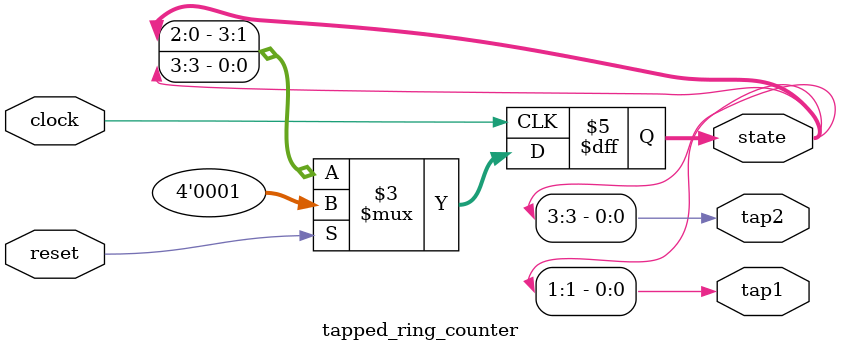
<source format=sv>
module tapped_ring_counter(
    input wire clock,
    input wire reset,
    output reg [3:0] state,
    output wire tap1, tap2 // Tapped outputs
);
    assign tap1 = state[1];
    assign tap2 = state[3];
    
    always @(posedge clock) begin
        if (reset)
            state <= 4'b0001;
        else
            state <= {state[2:0], state[3]};
    end
endmodule

</source>
